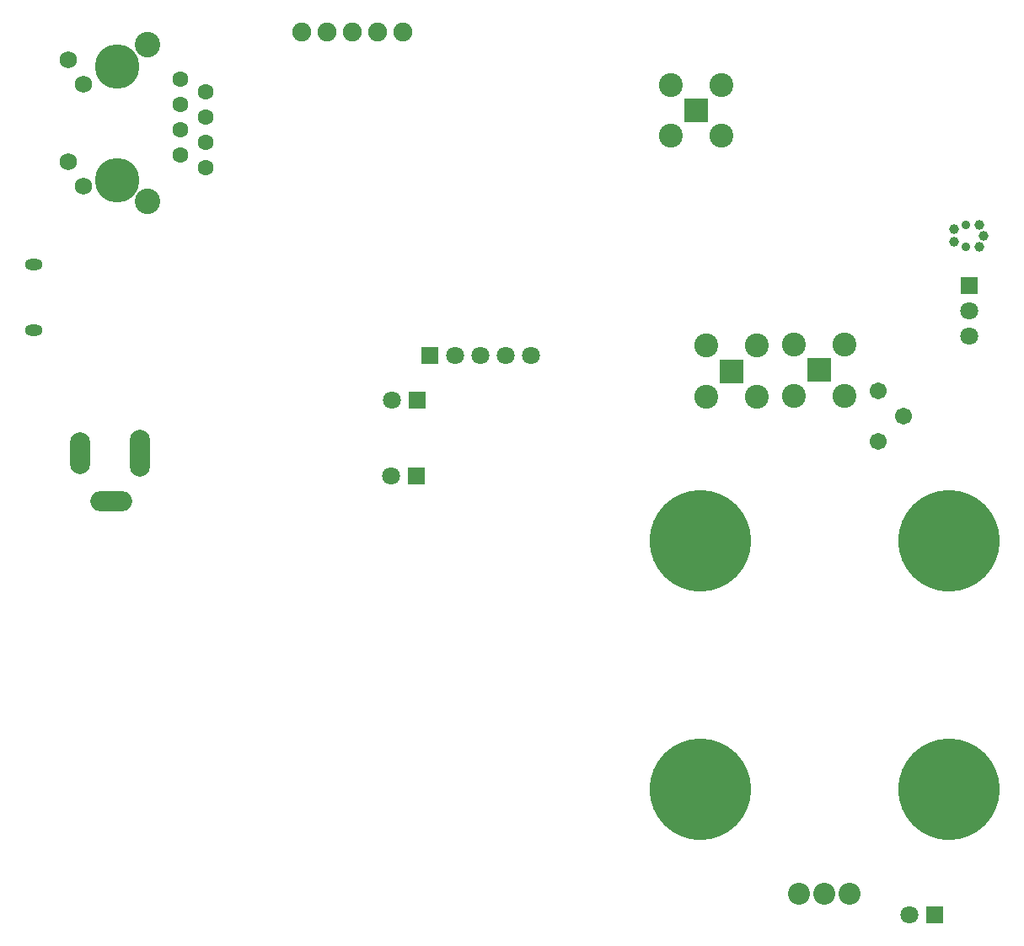
<source format=gbs>
G04*
G04 #@! TF.GenerationSoftware,Altium Limited,Altium Designer,21.2.1 (34)*
G04*
G04 Layer_Color=16711935*
%FSAX24Y24*%
%MOIN*%
G70*
G04*
G04 #@! TF.SameCoordinates,274D9A25-BBB1-47C8-A32C-90C4575193A4*
G04*
G04*
G04 #@! TF.FilePolarity,Negative*
G04*
G01*
G75*
%ADD149C,0.0946*%
%ADD150R,0.0946X0.0946*%
%ADD151R,0.0710X0.0710*%
%ADD152C,0.0710*%
%ADD153C,0.0671*%
%ADD154R,0.0710X0.0710*%
%ADD155C,0.0356*%
%ADD156C,0.0395*%
%ADD157C,0.0749*%
%ADD158O,0.0710X0.0434*%
%ADD159O,0.0789X0.1655*%
%ADD160O,0.1655X0.0789*%
%ADD161O,0.0789X0.1852*%
%ADD162C,0.4017*%
%ADD163C,0.0867*%
%ADD164C,0.0682*%
%ADD165C,0.0630*%
%ADD166C,0.1007*%
%ADD167C,0.1760*%
D149*
X046036Y041024D02*
D03*
X048044D02*
D03*
Y039016D02*
D03*
X046036D02*
D03*
X043174Y051304D02*
D03*
X041166D02*
D03*
Y049296D02*
D03*
X043174D02*
D03*
X044584Y038976D02*
D03*
X042576D02*
D03*
Y040984D02*
D03*
X044584D02*
D03*
D150*
X047040Y040020D02*
D03*
X042170Y050300D02*
D03*
X043580Y039980D02*
D03*
D151*
X052980Y043360D02*
D03*
D152*
Y042360D02*
D03*
Y041360D02*
D03*
X033620Y040600D02*
D03*
X032620D02*
D03*
X034620D02*
D03*
X035620D02*
D03*
X050600Y018480D02*
D03*
X030120Y038840D02*
D03*
X030090Y035840D02*
D03*
D153*
X049380Y039200D02*
D03*
X050380Y038200D02*
D03*
X049380Y037200D02*
D03*
D154*
X031620Y040600D02*
D03*
X051600Y018480D02*
D03*
X031120Y038840D02*
D03*
X031090Y035840D02*
D03*
D155*
X052830Y044913D02*
D03*
Y045760D02*
D03*
D156*
X053353Y044903D02*
D03*
X053530Y045336D02*
D03*
X052370Y045586D02*
D03*
X053353Y045769D02*
D03*
X052356Y045103D02*
D03*
D157*
X029560Y053400D02*
D03*
X026560D02*
D03*
X027560D02*
D03*
X028560D02*
D03*
X030560D02*
D03*
D158*
X015955Y044189D02*
D03*
Y041591D02*
D03*
D159*
X017790Y036720D02*
D03*
D160*
X019030Y034830D02*
D03*
D161*
X020172Y036720D02*
D03*
D162*
X052170Y023440D02*
D03*
Y033283D02*
D03*
X042327D02*
D03*
Y023440D02*
D03*
D163*
X046225Y019306D02*
D03*
X047225D02*
D03*
X048225D02*
D03*
D164*
X017346Y048268D02*
D03*
X017944Y051320D02*
D03*
Y047304D02*
D03*
X017346Y052284D02*
D03*
D165*
X021775Y049544D02*
D03*
X022775Y050044D02*
D03*
Y049044D02*
D03*
X021775Y050544D02*
D03*
Y048544D02*
D03*
X022775Y051044D02*
D03*
Y048044D02*
D03*
X021775Y051544D02*
D03*
D166*
X020476Y046694D02*
D03*
Y052894D02*
D03*
D167*
X019275Y047544D02*
D03*
Y052044D02*
D03*
M02*

</source>
